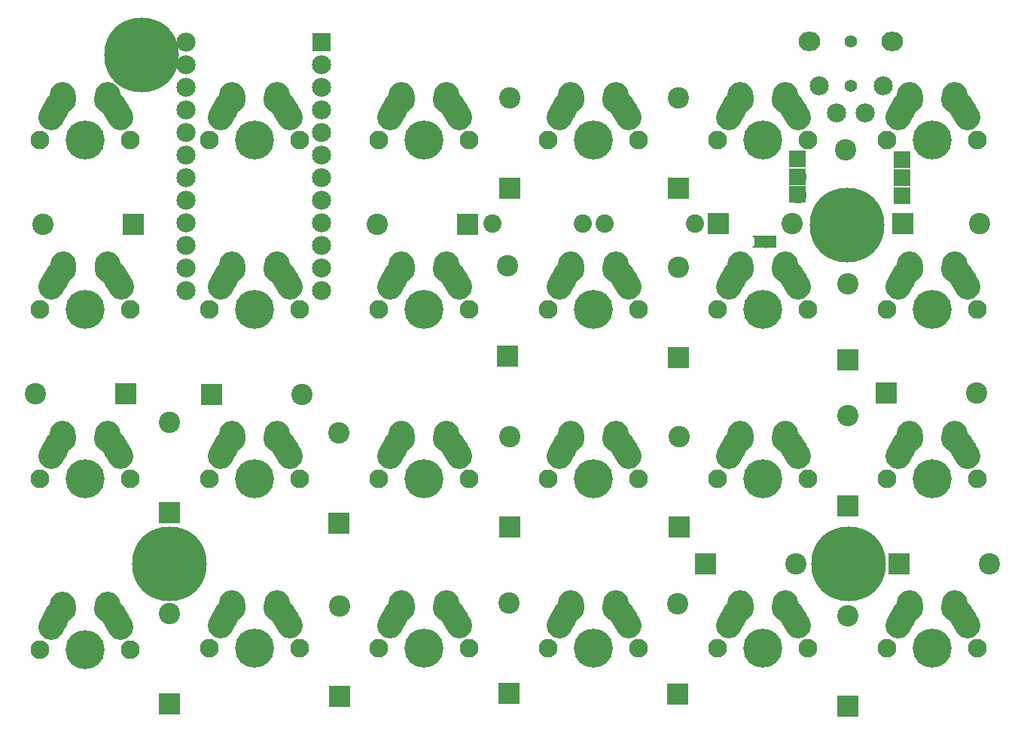
<source format=gbr>
G04 #@! TF.GenerationSoftware,KiCad,Pcbnew,(5.1.4)-1*
G04 #@! TF.CreationDate,2020-12-29T20:37:27-06:00*
G04 #@! TF.ProjectId,lets_split,6c657473-5f73-4706-9c69-742e6b696361,rev?*
G04 #@! TF.SameCoordinates,Original*
G04 #@! TF.FileFunction,Soldermask,Top*
G04 #@! TF.FilePolarity,Negative*
%FSLAX46Y46*%
G04 Gerber Fmt 4.6, Leading zero omitted, Abs format (unit mm)*
G04 Created by KiCad (PCBNEW (5.1.4)-1) date 2020-12-29 20:37:27*
%MOMM*%
%LPD*%
G04 APERTURE LIST*
%ADD10C,2.051000*%
%ADD11C,2.398980*%
%ADD12R,2.398980X2.398980*%
%ADD13O,2.457400X2.152600*%
%ADD14C,2.152600*%
%ADD15C,1.390600*%
%ADD16C,2.900000*%
%ADD17C,2.900000*%
%ADD18C,4.387810*%
%ADD19C,2.101810*%
%ADD20C,2.400000*%
%ADD21R,1.924000X1.924000*%
%ADD22C,1.924000*%
%ADD23C,1.107000*%
%ADD24C,0.100000*%
%ADD25C,0.753624*%
%ADD26R,0.900000X1.400000*%
%ADD27R,1.400000X1.400000*%
%ADD28C,1.400000*%
%ADD29C,0.900000*%
%ADD30C,8.400000*%
%ADD31R,2.152600X2.152600*%
G04 APERTURE END LIST*
D10*
X101480000Y-56300000D03*
X91320000Y-56300000D03*
D11*
X131247460Y-100340000D03*
D12*
X131247460Y-110500000D03*
D11*
X74097460Y-99240000D03*
D12*
X74097460Y-109400000D03*
D11*
X93147460Y-98940000D03*
D12*
X93147460Y-109100000D03*
D11*
X112147460Y-99040000D03*
D12*
X112147460Y-109200000D03*
D11*
X125410000Y-94497460D03*
D12*
X115250000Y-94497460D03*
D11*
X145760000Y-75347460D03*
D12*
X135600000Y-75347460D03*
D11*
X147160000Y-94497460D03*
D12*
X137000000Y-94497460D03*
D11*
X112297460Y-80240000D03*
D12*
X112297460Y-90400000D03*
D11*
X93247460Y-80240000D03*
D12*
X93247460Y-90400000D03*
D11*
X74047460Y-79790000D03*
D12*
X74047460Y-89950000D03*
D11*
X39890000Y-75402540D03*
D12*
X50050000Y-75402540D03*
D11*
X54997460Y-100090000D03*
D12*
X54997460Y-110250000D03*
D11*
X69860000Y-75447460D03*
D12*
X59700000Y-75447460D03*
D11*
X93047460Y-60990000D03*
D12*
X93047460Y-71150000D03*
D11*
X112247460Y-61140000D03*
D12*
X112247460Y-71300000D03*
D11*
X131250000Y-63000000D03*
D12*
X131297460Y-71550000D03*
D11*
X146060000Y-56247460D03*
D12*
X137500000Y-56250000D03*
D11*
X125000000Y-56250000D03*
D12*
X116750000Y-56297460D03*
D11*
X112197460Y-42090000D03*
D12*
X112197460Y-52250000D03*
D11*
X93247460Y-42090000D03*
D12*
X93247460Y-52250000D03*
D11*
X78390000Y-56352540D03*
D12*
X88550000Y-56352540D03*
D11*
X40790000Y-56352540D03*
D12*
X50950000Y-56352540D03*
D11*
X54997460Y-78590000D03*
D12*
X54997460Y-88750000D03*
D11*
X131247460Y-77840000D03*
D12*
X131247460Y-88000000D03*
D13*
X136298200Y-35745600D03*
D14*
X128043200Y-40749400D03*
X133250200Y-43848200D03*
D13*
X127001800Y-35745600D03*
D14*
X130049800Y-43848200D03*
X135256800Y-40749400D03*
D15*
X131650000Y-35745600D03*
X131650000Y-40749400D03*
D10*
X103970000Y-56300000D03*
X114130000Y-56300000D03*
D16*
X43020000Y-42060000D03*
D17*
X43000276Y-41770672D02*
X43039724Y-42349328D01*
D16*
X49095000Y-43580000D03*
D17*
X48690184Y-42849693D02*
X49499816Y-44310307D01*
D18*
X45500000Y-46850000D03*
D19*
X40420000Y-46850000D03*
X50580000Y-46850000D03*
D16*
X42095000Y-43580000D03*
D17*
X42500453Y-42850046D02*
X41689547Y-44309954D01*
D16*
X48020000Y-42060000D03*
D17*
X48039724Y-41770672D02*
X48000276Y-42349328D01*
D16*
X43070000Y-61160000D03*
D17*
X43050276Y-60870672D02*
X43089724Y-61449328D01*
D16*
X49145000Y-62680000D03*
D17*
X48740184Y-61949693D02*
X49549816Y-63410307D01*
D18*
X45550000Y-65950000D03*
D19*
X40470000Y-65950000D03*
X50630000Y-65950000D03*
D16*
X42145000Y-62680000D03*
D17*
X42550453Y-61950046D02*
X41739547Y-63409954D01*
D16*
X48070000Y-61160000D03*
D17*
X48089724Y-60870672D02*
X48050276Y-61449328D01*
D16*
X43020000Y-80210000D03*
D17*
X43000276Y-79920672D02*
X43039724Y-80499328D01*
D16*
X49095000Y-81730000D03*
D17*
X48690184Y-80999693D02*
X49499816Y-82460307D01*
D18*
X45500000Y-85000000D03*
D19*
X40420000Y-85000000D03*
X50580000Y-85000000D03*
D16*
X42095000Y-81730000D03*
D17*
X42500453Y-81000046D02*
X41689547Y-82459954D01*
D16*
X48020000Y-80210000D03*
D17*
X48039724Y-79920672D02*
X48000276Y-80499328D01*
D16*
X43020000Y-99360000D03*
D17*
X43000276Y-99070672D02*
X43039724Y-99649328D01*
D16*
X49095000Y-100880000D03*
D17*
X48690184Y-100149693D02*
X49499816Y-101610307D01*
D18*
X45500000Y-104150000D03*
D19*
X40420000Y-104150000D03*
X50580000Y-104150000D03*
D16*
X42095000Y-100880000D03*
D17*
X42500453Y-100150046D02*
X41689547Y-101609954D01*
D16*
X48020000Y-99360000D03*
D17*
X48039724Y-99070672D02*
X48000276Y-99649328D01*
D16*
X62070000Y-42060000D03*
D17*
X62050276Y-41770672D02*
X62089724Y-42349328D01*
D16*
X68145000Y-43580000D03*
D17*
X67740184Y-42849693D02*
X68549816Y-44310307D01*
D18*
X64550000Y-46850000D03*
D19*
X59470000Y-46850000D03*
X69630000Y-46850000D03*
D16*
X61145000Y-43580000D03*
D17*
X61550453Y-42850046D02*
X60739547Y-44309954D01*
D16*
X67070000Y-42060000D03*
D17*
X67089724Y-41770672D02*
X67050276Y-42349328D01*
D16*
X62070000Y-61110000D03*
D17*
X62050276Y-60820672D02*
X62089724Y-61399328D01*
D16*
X68145000Y-62630000D03*
D17*
X67740184Y-61899693D02*
X68549816Y-63360307D01*
D18*
X64550000Y-65900000D03*
D19*
X59470000Y-65900000D03*
X69630000Y-65900000D03*
D16*
X61145000Y-62630000D03*
D17*
X61550453Y-61900046D02*
X60739547Y-63359954D01*
D16*
X67070000Y-61110000D03*
D17*
X67089724Y-60820672D02*
X67050276Y-61399328D01*
D16*
X62070000Y-80160000D03*
D17*
X62050276Y-79870672D02*
X62089724Y-80449328D01*
D16*
X68145000Y-81680000D03*
D17*
X67740184Y-80949693D02*
X68549816Y-82410307D01*
D18*
X64550000Y-84950000D03*
D19*
X59470000Y-84950000D03*
X69630000Y-84950000D03*
D16*
X61145000Y-81680000D03*
D17*
X61550453Y-80950046D02*
X60739547Y-82409954D01*
D16*
X67070000Y-80160000D03*
D17*
X67089724Y-79870672D02*
X67050276Y-80449328D01*
D16*
X62070000Y-99210000D03*
D17*
X62050276Y-98920672D02*
X62089724Y-99499328D01*
D16*
X68145000Y-100730000D03*
D17*
X67740184Y-99999693D02*
X68549816Y-101460307D01*
D18*
X64550000Y-104000000D03*
D19*
X59470000Y-104000000D03*
X69630000Y-104000000D03*
D16*
X61145000Y-100730000D03*
D17*
X61550453Y-100000046D02*
X60739547Y-101459954D01*
D16*
X67070000Y-99210000D03*
D17*
X67089724Y-98920672D02*
X67050276Y-99499328D01*
D16*
X81120000Y-42060000D03*
D17*
X81100276Y-41770672D02*
X81139724Y-42349328D01*
D16*
X87195000Y-43580000D03*
D17*
X86790184Y-42849693D02*
X87599816Y-44310307D01*
D18*
X83600000Y-46850000D03*
D19*
X78520000Y-46850000D03*
X88680000Y-46850000D03*
D16*
X80195000Y-43580000D03*
D17*
X80600453Y-42850046D02*
X79789547Y-44309954D01*
D16*
X86120000Y-42060000D03*
D17*
X86139724Y-41770672D02*
X86100276Y-42349328D01*
D16*
X81120000Y-61110000D03*
D17*
X81100276Y-60820672D02*
X81139724Y-61399328D01*
D16*
X87195000Y-62630000D03*
D17*
X86790184Y-61899693D02*
X87599816Y-63360307D01*
D18*
X83600000Y-65900000D03*
D19*
X78520000Y-65900000D03*
X88680000Y-65900000D03*
D16*
X80195000Y-62630000D03*
D17*
X80600453Y-61900046D02*
X79789547Y-63359954D01*
D16*
X86120000Y-61110000D03*
D17*
X86139724Y-60820672D02*
X86100276Y-61399328D01*
D16*
X81120000Y-80160000D03*
D17*
X81100276Y-79870672D02*
X81139724Y-80449328D01*
D16*
X87195000Y-81680000D03*
D17*
X86790184Y-80949693D02*
X87599816Y-82410307D01*
D18*
X83600000Y-84950000D03*
D19*
X78520000Y-84950000D03*
X88680000Y-84950000D03*
D16*
X80195000Y-81680000D03*
D17*
X80600453Y-80950046D02*
X79789547Y-82409954D01*
D16*
X86120000Y-80160000D03*
D17*
X86139724Y-79870672D02*
X86100276Y-80449328D01*
D16*
X81120000Y-99210000D03*
D17*
X81100276Y-98920672D02*
X81139724Y-99499328D01*
D16*
X87195000Y-100730000D03*
D17*
X86790184Y-99999693D02*
X87599816Y-101460307D01*
D18*
X83600000Y-104000000D03*
D19*
X78520000Y-104000000D03*
X88680000Y-104000000D03*
D16*
X80195000Y-100730000D03*
D17*
X80600453Y-100000046D02*
X79789547Y-101459954D01*
D16*
X86120000Y-99210000D03*
D17*
X86139724Y-98920672D02*
X86100276Y-99499328D01*
D16*
X100170000Y-42060000D03*
D17*
X100150276Y-41770672D02*
X100189724Y-42349328D01*
D16*
X106245000Y-43580000D03*
D17*
X105840184Y-42849693D02*
X106649816Y-44310307D01*
D18*
X102650000Y-46850000D03*
D19*
X97570000Y-46850000D03*
X107730000Y-46850000D03*
D16*
X99245000Y-43580000D03*
D17*
X99650453Y-42850046D02*
X98839547Y-44309954D01*
D16*
X105170000Y-42060000D03*
D17*
X105189724Y-41770672D02*
X105150276Y-42349328D01*
D16*
X100170000Y-61110000D03*
D17*
X100150276Y-60820672D02*
X100189724Y-61399328D01*
D16*
X106245000Y-62630000D03*
D17*
X105840184Y-61899693D02*
X106649816Y-63360307D01*
D18*
X102650000Y-65900000D03*
D19*
X97570000Y-65900000D03*
X107730000Y-65900000D03*
D16*
X99245000Y-62630000D03*
D17*
X99650453Y-61900046D02*
X98839547Y-63359954D01*
D16*
X105170000Y-61110000D03*
D17*
X105189724Y-60820672D02*
X105150276Y-61399328D01*
D16*
X100170000Y-80160000D03*
D17*
X100150276Y-79870672D02*
X100189724Y-80449328D01*
D16*
X106245000Y-81680000D03*
D17*
X105840184Y-80949693D02*
X106649816Y-82410307D01*
D18*
X102650000Y-84950000D03*
D19*
X97570000Y-84950000D03*
X107730000Y-84950000D03*
D16*
X99245000Y-81680000D03*
D17*
X99650453Y-80950046D02*
X98839547Y-82409954D01*
D16*
X105170000Y-80160000D03*
D17*
X105189724Y-79870672D02*
X105150276Y-80449328D01*
D16*
X100170000Y-99210000D03*
D17*
X100150276Y-98920672D02*
X100189724Y-99499328D01*
D16*
X106245000Y-100730000D03*
D17*
X105840184Y-99999693D02*
X106649816Y-101460307D01*
D18*
X102650000Y-104000000D03*
D19*
X97570000Y-104000000D03*
X107730000Y-104000000D03*
D16*
X99245000Y-100730000D03*
D17*
X99650453Y-100000046D02*
X98839547Y-101459954D01*
D16*
X105170000Y-99210000D03*
D17*
X105189724Y-98920672D02*
X105150276Y-99499328D01*
D16*
X119220000Y-42060000D03*
D17*
X119200276Y-41770672D02*
X119239724Y-42349328D01*
D16*
X125295000Y-43580000D03*
D17*
X124890184Y-42849693D02*
X125699816Y-44310307D01*
D18*
X121700000Y-46850000D03*
D19*
X116620000Y-46850000D03*
X126780000Y-46850000D03*
D16*
X118295000Y-43580000D03*
D17*
X118700453Y-42850046D02*
X117889547Y-44309954D01*
D16*
X124220000Y-42060000D03*
D17*
X124239724Y-41770672D02*
X124200276Y-42349328D01*
D16*
X119220000Y-61110000D03*
D17*
X119200276Y-60820672D02*
X119239724Y-61399328D01*
D16*
X125295000Y-62630000D03*
D17*
X124890184Y-61899693D02*
X125699816Y-63360307D01*
D18*
X121700000Y-65900000D03*
D19*
X116620000Y-65900000D03*
X126780000Y-65900000D03*
D16*
X118295000Y-62630000D03*
D17*
X118700453Y-61900046D02*
X117889547Y-63359954D01*
D16*
X124220000Y-61110000D03*
D17*
X124239724Y-60820672D02*
X124200276Y-61399328D01*
D16*
X119220000Y-80160000D03*
D17*
X119200276Y-79870672D02*
X119239724Y-80449328D01*
D16*
X125295000Y-81680000D03*
D17*
X124890184Y-80949693D02*
X125699816Y-82410307D01*
D18*
X121700000Y-84950000D03*
D19*
X116620000Y-84950000D03*
X126780000Y-84950000D03*
D16*
X118295000Y-81680000D03*
D17*
X118700453Y-80950046D02*
X117889547Y-82409954D01*
D16*
X124220000Y-80160000D03*
D17*
X124239724Y-79870672D02*
X124200276Y-80449328D01*
D16*
X119220000Y-99210000D03*
D17*
X119200276Y-98920672D02*
X119239724Y-99499328D01*
D16*
X125295000Y-100730000D03*
D17*
X124890184Y-99999693D02*
X125699816Y-101460307D01*
D18*
X121700000Y-104000000D03*
D19*
X116620000Y-104000000D03*
X126780000Y-104000000D03*
D16*
X118295000Y-100730000D03*
D17*
X118700453Y-100000046D02*
X117889547Y-101459954D01*
D16*
X124220000Y-99210000D03*
D17*
X124239724Y-98920672D02*
X124200276Y-99499328D01*
D16*
X138270000Y-42060000D03*
D17*
X138250276Y-41770672D02*
X138289724Y-42349328D01*
D16*
X144345000Y-43580000D03*
D17*
X143940184Y-42849693D02*
X144749816Y-44310307D01*
D18*
X140750000Y-46850000D03*
D19*
X135670000Y-46850000D03*
X145830000Y-46850000D03*
D16*
X137345000Y-43580000D03*
D17*
X137750453Y-42850046D02*
X136939547Y-44309954D01*
D16*
X143270000Y-42060000D03*
D17*
X143289724Y-41770672D02*
X143250276Y-42349328D01*
D16*
X138270000Y-61110000D03*
D17*
X138250276Y-60820672D02*
X138289724Y-61399328D01*
D16*
X144345000Y-62630000D03*
D17*
X143940184Y-61899693D02*
X144749816Y-63360307D01*
D18*
X140750000Y-65900000D03*
D19*
X135670000Y-65900000D03*
X145830000Y-65900000D03*
D16*
X137345000Y-62630000D03*
D17*
X137750453Y-61900046D02*
X136939547Y-63359954D01*
D16*
X143270000Y-61110000D03*
D17*
X143289724Y-60820672D02*
X143250276Y-61399328D01*
D16*
X138270000Y-80160000D03*
D17*
X138250276Y-79870672D02*
X138289724Y-80449328D01*
D16*
X144345000Y-81680000D03*
D17*
X143940184Y-80949693D02*
X144749816Y-82410307D01*
D18*
X140750000Y-84950000D03*
D19*
X135670000Y-84950000D03*
X145830000Y-84950000D03*
D16*
X137345000Y-81680000D03*
D17*
X137750453Y-80950046D02*
X136939547Y-82409954D01*
D16*
X143270000Y-80160000D03*
D17*
X143289724Y-79870672D02*
X143250276Y-80449328D01*
D16*
X138270000Y-99210000D03*
D17*
X138250276Y-98920672D02*
X138289724Y-99499328D01*
D16*
X144345000Y-100730000D03*
D17*
X143940184Y-99999693D02*
X144749816Y-101460307D01*
D18*
X140750000Y-104000000D03*
D19*
X135670000Y-104000000D03*
X145830000Y-104000000D03*
D16*
X137345000Y-100730000D03*
D17*
X137750453Y-100000046D02*
X136939547Y-101459954D01*
D16*
X143270000Y-99210000D03*
D17*
X143289724Y-98920672D02*
X143250276Y-99499328D01*
D20*
X131000000Y-48000000D03*
D21*
X137400000Y-53100000D03*
X137400000Y-51100000D03*
X137400000Y-49100000D03*
X137400000Y-53100000D03*
X137400000Y-51100000D03*
X137400000Y-49100000D03*
D22*
X137410000Y-51110000D03*
X137390000Y-49100000D03*
X137410000Y-53110000D03*
D21*
X125650000Y-53000000D03*
X125650000Y-51000000D03*
X125650000Y-49000000D03*
X125650000Y-53000000D03*
X125650000Y-51000000D03*
X125650000Y-49000000D03*
D22*
X125660000Y-51010000D03*
X125640000Y-49000000D03*
X125660000Y-53010000D03*
D23*
X122058800Y-58275400D03*
D24*
G36*
X122058800Y-59058167D02*
G01*
X121276033Y-58275400D01*
X122058800Y-57492633D01*
X122841567Y-58275400D01*
X122058800Y-59058167D01*
X122058800Y-59058167D01*
G37*
D25*
X121418800Y-58525400D03*
D24*
G36*
X120435907Y-58975400D02*
G01*
X121335907Y-58075400D01*
X121501693Y-58075400D01*
X122401693Y-58975400D01*
X120435907Y-58975400D01*
X120435907Y-58975400D01*
G37*
D25*
X121418800Y-58025400D03*
D24*
G36*
X122401693Y-57575400D02*
G01*
X121501693Y-58475400D01*
X121335907Y-58475400D01*
X120435907Y-57575400D01*
X122401693Y-57575400D01*
X122401693Y-57575400D01*
G37*
D26*
X121168800Y-58275400D03*
D25*
X121418800Y-58525400D03*
D24*
G36*
X120435907Y-58975400D02*
G01*
X121335907Y-58075400D01*
X121501693Y-58075400D01*
X122401693Y-58975400D01*
X120435907Y-58975400D01*
X120435907Y-58975400D01*
G37*
D27*
X122560000Y-58260000D03*
D23*
X122058800Y-58275400D03*
D24*
G36*
X122058800Y-59058167D02*
G01*
X121276033Y-58275400D01*
X122058800Y-57492633D01*
X122841567Y-58275400D01*
X122058800Y-59058167D01*
X122058800Y-59058167D01*
G37*
D25*
X121418800Y-58025400D03*
D24*
G36*
X122401693Y-57575400D02*
G01*
X121501693Y-58475400D01*
X121335907Y-58475400D01*
X120435907Y-57575400D01*
X122401693Y-57575400D01*
X122401693Y-57575400D01*
G37*
D26*
X121168800Y-58275400D03*
D27*
X122560000Y-58270000D03*
D28*
X122520000Y-58270000D03*
D29*
X121180000Y-58290000D03*
D30*
X55000000Y-94500000D03*
X131350000Y-94550000D03*
X131200000Y-56450000D03*
X51850000Y-37300000D03*
D14*
X56820000Y-53618000D03*
X56820000Y-58698000D03*
X72060000Y-53618000D03*
X56820000Y-61238000D03*
X56820000Y-35838000D03*
X72060000Y-43458000D03*
X72060000Y-45998000D03*
X56820000Y-43458000D03*
X56820000Y-40918000D03*
X72060000Y-40918000D03*
X56820000Y-45998000D03*
X72060000Y-38378000D03*
X56820000Y-63778000D03*
X56820000Y-48538000D03*
X72060000Y-48538000D03*
X56820000Y-38378000D03*
X72060000Y-61238000D03*
X72060000Y-56158000D03*
D31*
X72060000Y-35838000D03*
D14*
X72060000Y-51078000D03*
X56820000Y-51078000D03*
X72060000Y-63778000D03*
X56820000Y-56158000D03*
X72060000Y-58698000D03*
M02*

</source>
